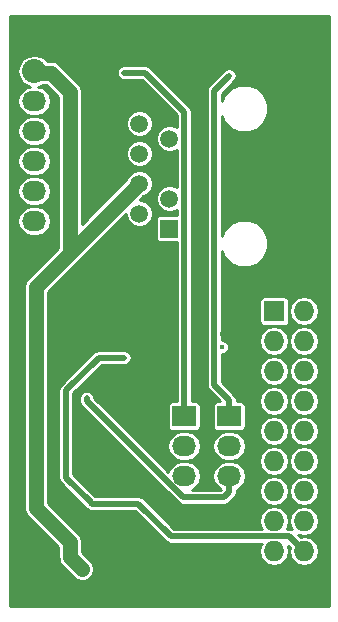
<source format=gbr>
G04 #@! TF.FileFunction,Copper,L2,Bot,Signal*
%FSLAX46Y46*%
G04 Gerber Fmt 4.6, Leading zero omitted, Abs format (unit mm)*
G04 Created by KiCad (PCBNEW (2016-02-16 BZR 6568, Git 6c5f954)-product) date Sun 21 Feb 2016 12:13:02 PM EST*
%MOMM*%
G01*
G04 APERTURE LIST*
%ADD10C,0.100000*%
%ADD11R,1.501140X1.501140*%
%ADD12C,1.501140*%
%ADD13C,2.500000*%
%ADD14R,1.520000X4.060000*%
%ADD15R,2.032000X1.727200*%
%ADD16O,2.032000X1.727200*%
%ADD17R,1.727200X1.727200*%
%ADD18O,1.727200X1.727200*%
%ADD19R,2.032000X2.032000*%
%ADD20O,2.032000X2.032000*%
%ADD21C,1.270000*%
%ADD22C,0.406400*%
%ADD23C,1.270000*%
%ADD24C,0.508000*%
%ADD25C,0.254000*%
G04 APERTURE END LIST*
D10*
D11*
X118110000Y-65405000D03*
D12*
X115570000Y-64135000D03*
X118110000Y-62865000D03*
X115570000Y-61595000D03*
X118110000Y-60325000D03*
X115570000Y-59055000D03*
X118110000Y-57785000D03*
X115570000Y-56515000D03*
D13*
X127510000Y-68810000D03*
X127510000Y-53110000D03*
D14*
X111760000Y-49530000D03*
X116840000Y-49530000D03*
D15*
X119380000Y-81280000D03*
D16*
X119380000Y-83820000D03*
X119380000Y-86360000D03*
D14*
X120650000Y-49530000D03*
X125730000Y-49530000D03*
D15*
X106680000Y-67310000D03*
D16*
X106680000Y-64770000D03*
X106680000Y-62230000D03*
X106680000Y-59690000D03*
X106680000Y-57150000D03*
X106680000Y-54610000D03*
D15*
X123190000Y-81280000D03*
D16*
X123190000Y-83820000D03*
X123190000Y-86360000D03*
D17*
X127000000Y-72390000D03*
D18*
X129540000Y-72390000D03*
X127000000Y-74930000D03*
X129540000Y-74930000D03*
X127000000Y-77470000D03*
X129540000Y-77470000D03*
X127000000Y-80010000D03*
X129540000Y-80010000D03*
X127000000Y-82550000D03*
X129540000Y-82550000D03*
X127000000Y-85090000D03*
X129540000Y-85090000D03*
X127000000Y-87630000D03*
X129540000Y-87630000D03*
X127000000Y-90170000D03*
X129540000Y-90170000D03*
X127000000Y-92710000D03*
X129540000Y-92710000D03*
X127000000Y-95250000D03*
X129540000Y-95250000D03*
D19*
X106680000Y-49530000D03*
D20*
X106680000Y-52070000D03*
D21*
X110744000Y-94234000D03*
D22*
X115570000Y-87503000D03*
X120777000Y-89408000D03*
X110871000Y-86487000D03*
X112522000Y-83185000D03*
X108585000Y-78740000D03*
X116205000Y-78740000D03*
X122555000Y-74295000D03*
X114300000Y-73660000D03*
X125730000Y-49530000D03*
X120650000Y-49530000D03*
X116840000Y-49530000D03*
X111760000Y-49530000D03*
X111760000Y-96901000D03*
X106299000Y-94615000D03*
X106553000Y-90932000D03*
X122555000Y-75438000D03*
X114300000Y-76327000D03*
X111379000Y-88503000D03*
X114300000Y-52197000D03*
X123190000Y-52451000D03*
X111125000Y-79756000D03*
D23*
X106807000Y-89027000D02*
X106807000Y-70358000D01*
X106807000Y-70358000D02*
X109728000Y-67437000D01*
X109728000Y-91948000D02*
X106807000Y-89027000D01*
X109728000Y-93218000D02*
X109728000Y-91948000D01*
X108077000Y-52197000D02*
X106807000Y-52197000D01*
X106807000Y-52197000D02*
X106680000Y-52070000D01*
X109728000Y-53848000D02*
X108077000Y-52197000D01*
X109728000Y-67437000D02*
X109728000Y-53848000D01*
X109728000Y-93218000D02*
X110744000Y-94234000D01*
X115570000Y-61595000D02*
X109728000Y-67437000D01*
D24*
X112141000Y-76327000D02*
X114300000Y-76327000D01*
X109363000Y-79105000D02*
X112141000Y-76327000D01*
X109363000Y-86487000D02*
X109363000Y-79105000D01*
X111379000Y-88503000D02*
X109363000Y-86487000D01*
X118237000Y-91440000D02*
X128270000Y-91440000D01*
X128270000Y-91440000D02*
X129540000Y-92710000D01*
X115503199Y-88706199D02*
X118237000Y-91440000D01*
X111379000Y-88503000D02*
X111582199Y-88706199D01*
X111582199Y-88706199D02*
X115503199Y-88706199D01*
X119380000Y-81280000D02*
X119380000Y-55499000D01*
X119380000Y-55499000D02*
X116078000Y-52197000D01*
X116078000Y-52197000D02*
X114300000Y-52197000D01*
X121920000Y-78638400D02*
X121920000Y-53721000D01*
X121920000Y-53721000D02*
X123190000Y-52451000D01*
X123190000Y-81280000D02*
X123190000Y-79908400D01*
X123190000Y-79908400D02*
X121920000Y-78638400D01*
X122783600Y-88138000D02*
X119281377Y-88138000D01*
X119281377Y-88138000D02*
X111125000Y-79981623D01*
X111125000Y-79981623D02*
X111125000Y-79756000D01*
X123190000Y-86360000D02*
X123190000Y-87731600D01*
X123190000Y-87731600D02*
X122783600Y-88138000D01*
D25*
G36*
X131624000Y-97334000D02*
X104596000Y-97334000D01*
X104596000Y-64770000D01*
X105255631Y-64770000D01*
X105350371Y-65246288D01*
X105620166Y-65650065D01*
X106023943Y-65919860D01*
X106500231Y-66014600D01*
X106859769Y-66014600D01*
X107336057Y-65919860D01*
X107739834Y-65650065D01*
X108009629Y-65246288D01*
X108104369Y-64770000D01*
X108009629Y-64293712D01*
X107739834Y-63889935D01*
X107336057Y-63620140D01*
X106859769Y-63525400D01*
X106500231Y-63525400D01*
X106023943Y-63620140D01*
X105620166Y-63889935D01*
X105350371Y-64293712D01*
X105255631Y-64770000D01*
X104596000Y-64770000D01*
X104596000Y-62230000D01*
X105255631Y-62230000D01*
X105350371Y-62706288D01*
X105620166Y-63110065D01*
X106023943Y-63379860D01*
X106500231Y-63474600D01*
X106859769Y-63474600D01*
X107336057Y-63379860D01*
X107739834Y-63110065D01*
X108009629Y-62706288D01*
X108104369Y-62230000D01*
X108009629Y-61753712D01*
X107739834Y-61349935D01*
X107336057Y-61080140D01*
X106859769Y-60985400D01*
X106500231Y-60985400D01*
X106023943Y-61080140D01*
X105620166Y-61349935D01*
X105350371Y-61753712D01*
X105255631Y-62230000D01*
X104596000Y-62230000D01*
X104596000Y-59690000D01*
X105255631Y-59690000D01*
X105350371Y-60166288D01*
X105620166Y-60570065D01*
X106023943Y-60839860D01*
X106500231Y-60934600D01*
X106859769Y-60934600D01*
X107336057Y-60839860D01*
X107739834Y-60570065D01*
X108009629Y-60166288D01*
X108104369Y-59690000D01*
X108009629Y-59213712D01*
X107739834Y-58809935D01*
X107336057Y-58540140D01*
X106859769Y-58445400D01*
X106500231Y-58445400D01*
X106023943Y-58540140D01*
X105620166Y-58809935D01*
X105350371Y-59213712D01*
X105255631Y-59690000D01*
X104596000Y-59690000D01*
X104596000Y-57150000D01*
X105255631Y-57150000D01*
X105350371Y-57626288D01*
X105620166Y-58030065D01*
X106023943Y-58299860D01*
X106500231Y-58394600D01*
X106859769Y-58394600D01*
X107336057Y-58299860D01*
X107739834Y-58030065D01*
X108009629Y-57626288D01*
X108104369Y-57150000D01*
X108009629Y-56673712D01*
X107739834Y-56269935D01*
X107336057Y-56000140D01*
X106859769Y-55905400D01*
X106500231Y-55905400D01*
X106023943Y-56000140D01*
X105620166Y-56269935D01*
X105350371Y-56673712D01*
X105255631Y-57150000D01*
X104596000Y-57150000D01*
X104596000Y-52070000D01*
X105255631Y-52070000D01*
X105361971Y-52604609D01*
X105664803Y-53057828D01*
X106118022Y-53360660D01*
X106321042Y-53401043D01*
X106023943Y-53460140D01*
X105620166Y-53729935D01*
X105350371Y-54133712D01*
X105255631Y-54610000D01*
X105350371Y-55086288D01*
X105620166Y-55490065D01*
X106023943Y-55759860D01*
X106500231Y-55854600D01*
X106859769Y-55854600D01*
X107336057Y-55759860D01*
X107739834Y-55490065D01*
X108009629Y-55086288D01*
X108104369Y-54610000D01*
X108009629Y-54133712D01*
X107739834Y-53729935D01*
X107336057Y-53460140D01*
X107038958Y-53401043D01*
X107241978Y-53360660D01*
X107462966Y-53213000D01*
X107656160Y-53213000D01*
X108712000Y-54268841D01*
X108712000Y-67016159D01*
X106088580Y-69639580D01*
X105868338Y-69969193D01*
X105868338Y-69969194D01*
X105791000Y-70358000D01*
X105791000Y-89027000D01*
X105816503Y-89155212D01*
X105868338Y-89415807D01*
X106088580Y-89745420D01*
X108712000Y-92368841D01*
X108712000Y-93218000D01*
X108742867Y-93373179D01*
X108789338Y-93606807D01*
X109009580Y-93936420D01*
X110025239Y-94952080D01*
X110167731Y-95094821D01*
X110541018Y-95249824D01*
X110945208Y-95250176D01*
X111132806Y-95172662D01*
X111132807Y-95172662D01*
X111132808Y-95172661D01*
X111318766Y-95095825D01*
X111604821Y-94810269D01*
X111759824Y-94436982D01*
X111760176Y-94032792D01*
X111605825Y-93659234D01*
X111320269Y-93373179D01*
X111319843Y-93373002D01*
X110744000Y-92797160D01*
X110744000Y-91948000D01*
X110666662Y-91559194D01*
X110666662Y-91559193D01*
X110446421Y-91229580D01*
X107823000Y-88606160D01*
X107823000Y-79105000D01*
X108728000Y-79105000D01*
X108728000Y-86487000D01*
X108776336Y-86730004D01*
X108913987Y-86936013D01*
X110929985Y-88952010D01*
X110929987Y-88952013D01*
X111133186Y-89155212D01*
X111339195Y-89292863D01*
X111582199Y-89341199D01*
X115240173Y-89341199D01*
X117787985Y-91889010D01*
X117787987Y-91889013D01*
X117911480Y-91971528D01*
X117993995Y-92026664D01*
X118237000Y-92075000D01*
X125931805Y-92075000D01*
X125825757Y-92233712D01*
X125731017Y-92710000D01*
X125825757Y-93186288D01*
X126095552Y-93590065D01*
X126499329Y-93859860D01*
X126975617Y-93954600D01*
X127024383Y-93954600D01*
X127500671Y-93859860D01*
X127904448Y-93590065D01*
X128174243Y-93186288D01*
X128268983Y-92710000D01*
X128176368Y-92244394D01*
X128332563Y-92400589D01*
X128271017Y-92710000D01*
X128365757Y-93186288D01*
X128635552Y-93590065D01*
X129039329Y-93859860D01*
X129515617Y-93954600D01*
X129564383Y-93954600D01*
X130040671Y-93859860D01*
X130444448Y-93590065D01*
X130714243Y-93186288D01*
X130808983Y-92710000D01*
X130714243Y-92233712D01*
X130444448Y-91829935D01*
X130040671Y-91560140D01*
X129564383Y-91465400D01*
X129515617Y-91465400D01*
X129246881Y-91518855D01*
X129050011Y-91321985D01*
X129515617Y-91414600D01*
X129564383Y-91414600D01*
X130040671Y-91319860D01*
X130444448Y-91050065D01*
X130714243Y-90646288D01*
X130808983Y-90170000D01*
X130714243Y-89693712D01*
X130444448Y-89289935D01*
X130040671Y-89020140D01*
X129564383Y-88925400D01*
X129515617Y-88925400D01*
X129039329Y-89020140D01*
X128635552Y-89289935D01*
X128365757Y-89693712D01*
X128271017Y-90170000D01*
X128365757Y-90646288D01*
X128502737Y-90851294D01*
X128270000Y-90805000D01*
X128068195Y-90805000D01*
X128174243Y-90646288D01*
X128268983Y-90170000D01*
X128174243Y-89693712D01*
X127904448Y-89289935D01*
X127500671Y-89020140D01*
X127024383Y-88925400D01*
X126975617Y-88925400D01*
X126499329Y-89020140D01*
X126095552Y-89289935D01*
X125825757Y-89693712D01*
X125731017Y-90170000D01*
X125825757Y-90646288D01*
X125931805Y-90805000D01*
X118500025Y-90805000D01*
X115952212Y-88257186D01*
X115746203Y-88119535D01*
X115503199Y-88071199D01*
X111845225Y-88071199D01*
X111828013Y-88053987D01*
X111828010Y-88053985D01*
X109998000Y-86223974D01*
X109998000Y-79756000D01*
X110490000Y-79756000D01*
X110490000Y-79981623D01*
X110538336Y-80224627D01*
X110675987Y-80430636D01*
X118832364Y-88587013D01*
X119038373Y-88724664D01*
X119281377Y-88773000D01*
X122783600Y-88773000D01*
X123026604Y-88724664D01*
X123232613Y-88587013D01*
X123639013Y-88180613D01*
X123776664Y-87974605D01*
X123825000Y-87731600D01*
X123825000Y-87630000D01*
X125731017Y-87630000D01*
X125825757Y-88106288D01*
X126095552Y-88510065D01*
X126499329Y-88779860D01*
X126975617Y-88874600D01*
X127024383Y-88874600D01*
X127500671Y-88779860D01*
X127904448Y-88510065D01*
X128174243Y-88106288D01*
X128268983Y-87630000D01*
X128271017Y-87630000D01*
X128365757Y-88106288D01*
X128635552Y-88510065D01*
X129039329Y-88779860D01*
X129515617Y-88874600D01*
X129564383Y-88874600D01*
X130040671Y-88779860D01*
X130444448Y-88510065D01*
X130714243Y-88106288D01*
X130808983Y-87630000D01*
X130714243Y-87153712D01*
X130444448Y-86749935D01*
X130040671Y-86480140D01*
X129564383Y-86385400D01*
X129515617Y-86385400D01*
X129039329Y-86480140D01*
X128635552Y-86749935D01*
X128365757Y-87153712D01*
X128271017Y-87630000D01*
X128268983Y-87630000D01*
X128174243Y-87153712D01*
X127904448Y-86749935D01*
X127500671Y-86480140D01*
X127024383Y-86385400D01*
X126975617Y-86385400D01*
X126499329Y-86480140D01*
X126095552Y-86749935D01*
X125825757Y-87153712D01*
X125731017Y-87630000D01*
X123825000Y-87630000D01*
X123825000Y-87514049D01*
X123846057Y-87509860D01*
X124249834Y-87240065D01*
X124519629Y-86836288D01*
X124614369Y-86360000D01*
X124519629Y-85883712D01*
X124249834Y-85479935D01*
X123846057Y-85210140D01*
X123369769Y-85115400D01*
X123010231Y-85115400D01*
X122533943Y-85210140D01*
X122130166Y-85479935D01*
X121860371Y-85883712D01*
X121765631Y-86360000D01*
X121860371Y-86836288D01*
X122130166Y-87240065D01*
X122521817Y-87501757D01*
X122520574Y-87503000D01*
X120046324Y-87503000D01*
X120439834Y-87240065D01*
X120709629Y-86836288D01*
X120804369Y-86360000D01*
X120709629Y-85883712D01*
X120439834Y-85479935D01*
X120036057Y-85210140D01*
X119559769Y-85115400D01*
X119200231Y-85115400D01*
X118723943Y-85210140D01*
X118320166Y-85479935D01*
X118050371Y-85883712D01*
X118029590Y-85988187D01*
X117131403Y-85090000D01*
X125731017Y-85090000D01*
X125825757Y-85566288D01*
X126095552Y-85970065D01*
X126499329Y-86239860D01*
X126975617Y-86334600D01*
X127024383Y-86334600D01*
X127500671Y-86239860D01*
X127904448Y-85970065D01*
X128174243Y-85566288D01*
X128268983Y-85090000D01*
X128271017Y-85090000D01*
X128365757Y-85566288D01*
X128635552Y-85970065D01*
X129039329Y-86239860D01*
X129515617Y-86334600D01*
X129564383Y-86334600D01*
X130040671Y-86239860D01*
X130444448Y-85970065D01*
X130714243Y-85566288D01*
X130808983Y-85090000D01*
X130714243Y-84613712D01*
X130444448Y-84209935D01*
X130040671Y-83940140D01*
X129564383Y-83845400D01*
X129515617Y-83845400D01*
X129039329Y-83940140D01*
X128635552Y-84209935D01*
X128365757Y-84613712D01*
X128271017Y-85090000D01*
X128268983Y-85090000D01*
X128174243Y-84613712D01*
X127904448Y-84209935D01*
X127500671Y-83940140D01*
X127024383Y-83845400D01*
X126975617Y-83845400D01*
X126499329Y-83940140D01*
X126095552Y-84209935D01*
X125825757Y-84613712D01*
X125731017Y-85090000D01*
X117131403Y-85090000D01*
X115861403Y-83820000D01*
X117955631Y-83820000D01*
X118050371Y-84296288D01*
X118320166Y-84700065D01*
X118723943Y-84969860D01*
X119200231Y-85064600D01*
X119559769Y-85064600D01*
X120036057Y-84969860D01*
X120439834Y-84700065D01*
X120709629Y-84296288D01*
X120804369Y-83820000D01*
X121765631Y-83820000D01*
X121860371Y-84296288D01*
X122130166Y-84700065D01*
X122533943Y-84969860D01*
X123010231Y-85064600D01*
X123369769Y-85064600D01*
X123846057Y-84969860D01*
X124249834Y-84700065D01*
X124519629Y-84296288D01*
X124614369Y-83820000D01*
X124519629Y-83343712D01*
X124249834Y-82939935D01*
X123846057Y-82670140D01*
X123369769Y-82575400D01*
X123010231Y-82575400D01*
X122533943Y-82670140D01*
X122130166Y-82939935D01*
X121860371Y-83343712D01*
X121765631Y-83820000D01*
X120804369Y-83820000D01*
X120709629Y-83343712D01*
X120439834Y-82939935D01*
X120036057Y-82670140D01*
X119559769Y-82575400D01*
X119200231Y-82575400D01*
X118723943Y-82670140D01*
X118320166Y-82939935D01*
X118050371Y-83343712D01*
X117955631Y-83820000D01*
X115861403Y-83820000D01*
X114591403Y-82550000D01*
X125731017Y-82550000D01*
X125825757Y-83026288D01*
X126095552Y-83430065D01*
X126499329Y-83699860D01*
X126975617Y-83794600D01*
X127024383Y-83794600D01*
X127500671Y-83699860D01*
X127904448Y-83430065D01*
X128174243Y-83026288D01*
X128268983Y-82550000D01*
X128271017Y-82550000D01*
X128365757Y-83026288D01*
X128635552Y-83430065D01*
X129039329Y-83699860D01*
X129515617Y-83794600D01*
X129564383Y-83794600D01*
X130040671Y-83699860D01*
X130444448Y-83430065D01*
X130714243Y-83026288D01*
X130808983Y-82550000D01*
X130714243Y-82073712D01*
X130444448Y-81669935D01*
X130040671Y-81400140D01*
X129564383Y-81305400D01*
X129515617Y-81305400D01*
X129039329Y-81400140D01*
X128635552Y-81669935D01*
X128365757Y-82073712D01*
X128271017Y-82550000D01*
X128268983Y-82550000D01*
X128174243Y-82073712D01*
X127904448Y-81669935D01*
X127500671Y-81400140D01*
X127024383Y-81305400D01*
X126975617Y-81305400D01*
X126499329Y-81400140D01*
X126095552Y-81669935D01*
X125825757Y-82073712D01*
X125731017Y-82550000D01*
X114591403Y-82550000D01*
X111750713Y-79709310D01*
X111711664Y-79512996D01*
X111574013Y-79306987D01*
X111368004Y-79169336D01*
X111125000Y-79121000D01*
X110881996Y-79169336D01*
X110675987Y-79306987D01*
X110538336Y-79512996D01*
X110490000Y-79756000D01*
X109998000Y-79756000D01*
X109998000Y-79368026D01*
X112404026Y-76962000D01*
X114300000Y-76962000D01*
X114543004Y-76913664D01*
X114749013Y-76776013D01*
X114886664Y-76570004D01*
X114935000Y-76327000D01*
X114886664Y-76083996D01*
X114749013Y-75877987D01*
X114543004Y-75740336D01*
X114300000Y-75692000D01*
X112141000Y-75692000D01*
X111897995Y-75740336D01*
X111691987Y-75877987D01*
X108913987Y-78655987D01*
X108776336Y-78861996D01*
X108728000Y-79105000D01*
X107823000Y-79105000D01*
X107823000Y-70778840D01*
X110446421Y-68155420D01*
X110446423Y-68155417D01*
X114438405Y-64163436D01*
X114438234Y-64359096D01*
X114610142Y-64775146D01*
X114928180Y-65093739D01*
X115343929Y-65266373D01*
X115794096Y-65266766D01*
X116210146Y-65094858D01*
X116528739Y-64776820D01*
X116701373Y-64361071D01*
X116701766Y-63910904D01*
X116529858Y-63494854D01*
X116211820Y-63176261D01*
X115796071Y-63003627D01*
X115598386Y-63003454D01*
X115932095Y-62669746D01*
X116210146Y-62554858D01*
X116528739Y-62236820D01*
X116701373Y-61821071D01*
X116701766Y-61370904D01*
X116529858Y-60954854D01*
X116211820Y-60636261D01*
X115796071Y-60463627D01*
X115345904Y-60463234D01*
X114929854Y-60635142D01*
X114611261Y-60953180D01*
X114495006Y-61233153D01*
X110744000Y-64984160D01*
X110744000Y-59279096D01*
X114438234Y-59279096D01*
X114610142Y-59695146D01*
X114928180Y-60013739D01*
X115343929Y-60186373D01*
X115794096Y-60186766D01*
X116210146Y-60014858D01*
X116528739Y-59696820D01*
X116701373Y-59281071D01*
X116701766Y-58830904D01*
X116529858Y-58414854D01*
X116211820Y-58096261D01*
X115796071Y-57923627D01*
X115345904Y-57923234D01*
X114929854Y-58095142D01*
X114611261Y-58413180D01*
X114438627Y-58828929D01*
X114438234Y-59279096D01*
X110744000Y-59279096D01*
X110744000Y-56739096D01*
X114438234Y-56739096D01*
X114610142Y-57155146D01*
X114928180Y-57473739D01*
X115343929Y-57646373D01*
X115794096Y-57646766D01*
X116210146Y-57474858D01*
X116528739Y-57156820D01*
X116701373Y-56741071D01*
X116701766Y-56290904D01*
X116529858Y-55874854D01*
X116211820Y-55556261D01*
X115796071Y-55383627D01*
X115345904Y-55383234D01*
X114929854Y-55555142D01*
X114611261Y-55873180D01*
X114438627Y-56288929D01*
X114438234Y-56739096D01*
X110744000Y-56739096D01*
X110744000Y-53848000D01*
X110666662Y-53459194D01*
X110666662Y-53459193D01*
X110446421Y-53129580D01*
X109513841Y-52197000D01*
X113665000Y-52197000D01*
X113713336Y-52440004D01*
X113850987Y-52646013D01*
X114056996Y-52783664D01*
X114300000Y-52832000D01*
X115814974Y-52832000D01*
X118745000Y-55762026D01*
X118745000Y-56823429D01*
X118336071Y-56653627D01*
X117885904Y-56653234D01*
X117469854Y-56825142D01*
X117151261Y-57143180D01*
X116978627Y-57558929D01*
X116978234Y-58009096D01*
X117150142Y-58425146D01*
X117468180Y-58743739D01*
X117883929Y-58916373D01*
X118334096Y-58916766D01*
X118745000Y-58746984D01*
X118745000Y-61903429D01*
X118336071Y-61733627D01*
X117885904Y-61733234D01*
X117469854Y-61905142D01*
X117151261Y-62223180D01*
X116978627Y-62638929D01*
X116978234Y-63089096D01*
X117150142Y-63505146D01*
X117468180Y-63823739D01*
X117883929Y-63996373D01*
X118334096Y-63996766D01*
X118745000Y-63826984D01*
X118745000Y-64265966D01*
X117359430Y-64265966D01*
X117210771Y-64295536D01*
X117084744Y-64379744D01*
X117000536Y-64505771D01*
X116970966Y-64654430D01*
X116970966Y-66155570D01*
X117000536Y-66304229D01*
X117084744Y-66430256D01*
X117210771Y-66514464D01*
X117359430Y-66544034D01*
X118745000Y-66544034D01*
X118745000Y-80027936D01*
X118364000Y-80027936D01*
X118215341Y-80057506D01*
X118089314Y-80141714D01*
X118005106Y-80267741D01*
X117975536Y-80416400D01*
X117975536Y-82143600D01*
X118005106Y-82292259D01*
X118089314Y-82418286D01*
X118215341Y-82502494D01*
X118364000Y-82532064D01*
X120396000Y-82532064D01*
X120544659Y-82502494D01*
X120670686Y-82418286D01*
X120754894Y-82292259D01*
X120784464Y-82143600D01*
X120784464Y-80416400D01*
X120754894Y-80267741D01*
X120670686Y-80141714D01*
X120544659Y-80057506D01*
X120396000Y-80027936D01*
X120015000Y-80027936D01*
X120015000Y-55499000D01*
X119966664Y-55255996D01*
X119829013Y-55049987D01*
X118500026Y-53721000D01*
X121285000Y-53721000D01*
X121285000Y-78638400D01*
X121333336Y-78881404D01*
X121470987Y-79087413D01*
X122411510Y-80027936D01*
X122174000Y-80027936D01*
X122025341Y-80057506D01*
X121899314Y-80141714D01*
X121815106Y-80267741D01*
X121785536Y-80416400D01*
X121785536Y-82143600D01*
X121815106Y-82292259D01*
X121899314Y-82418286D01*
X122025341Y-82502494D01*
X122174000Y-82532064D01*
X124206000Y-82532064D01*
X124354659Y-82502494D01*
X124480686Y-82418286D01*
X124564894Y-82292259D01*
X124594464Y-82143600D01*
X124594464Y-80416400D01*
X124564894Y-80267741D01*
X124480686Y-80141714D01*
X124354659Y-80057506D01*
X124206000Y-80027936D01*
X123825000Y-80027936D01*
X123825000Y-80010000D01*
X125731017Y-80010000D01*
X125825757Y-80486288D01*
X126095552Y-80890065D01*
X126499329Y-81159860D01*
X126975617Y-81254600D01*
X127024383Y-81254600D01*
X127500671Y-81159860D01*
X127904448Y-80890065D01*
X128174243Y-80486288D01*
X128268983Y-80010000D01*
X128271017Y-80010000D01*
X128365757Y-80486288D01*
X128635552Y-80890065D01*
X129039329Y-81159860D01*
X129515617Y-81254600D01*
X129564383Y-81254600D01*
X130040671Y-81159860D01*
X130444448Y-80890065D01*
X130714243Y-80486288D01*
X130808983Y-80010000D01*
X130714243Y-79533712D01*
X130444448Y-79129935D01*
X130040671Y-78860140D01*
X129564383Y-78765400D01*
X129515617Y-78765400D01*
X129039329Y-78860140D01*
X128635552Y-79129935D01*
X128365757Y-79533712D01*
X128271017Y-80010000D01*
X128268983Y-80010000D01*
X128174243Y-79533712D01*
X127904448Y-79129935D01*
X127500671Y-78860140D01*
X127024383Y-78765400D01*
X126975617Y-78765400D01*
X126499329Y-78860140D01*
X126095552Y-79129935D01*
X125825757Y-79533712D01*
X125731017Y-80010000D01*
X123825000Y-80010000D01*
X123825000Y-79908400D01*
X123776664Y-79665396D01*
X123639013Y-79459387D01*
X122555000Y-78375374D01*
X122555000Y-77470000D01*
X125731017Y-77470000D01*
X125825757Y-77946288D01*
X126095552Y-78350065D01*
X126499329Y-78619860D01*
X126975617Y-78714600D01*
X127024383Y-78714600D01*
X127500671Y-78619860D01*
X127904448Y-78350065D01*
X128174243Y-77946288D01*
X128268983Y-77470000D01*
X128271017Y-77470000D01*
X128365757Y-77946288D01*
X128635552Y-78350065D01*
X129039329Y-78619860D01*
X129515617Y-78714600D01*
X129564383Y-78714600D01*
X130040671Y-78619860D01*
X130444448Y-78350065D01*
X130714243Y-77946288D01*
X130808983Y-77470000D01*
X130714243Y-76993712D01*
X130444448Y-76589935D01*
X130040671Y-76320140D01*
X129564383Y-76225400D01*
X129515617Y-76225400D01*
X129039329Y-76320140D01*
X128635552Y-76589935D01*
X128365757Y-76993712D01*
X128271017Y-77470000D01*
X128268983Y-77470000D01*
X128174243Y-76993712D01*
X127904448Y-76589935D01*
X127500671Y-76320140D01*
X127024383Y-76225400D01*
X126975617Y-76225400D01*
X126499329Y-76320140D01*
X126095552Y-76589935D01*
X125825757Y-76993712D01*
X125731017Y-77470000D01*
X122555000Y-77470000D01*
X122555000Y-76022200D01*
X122670695Y-76022301D01*
X122885490Y-75933549D01*
X123049972Y-75769355D01*
X123139098Y-75554714D01*
X123139301Y-75322305D01*
X123050549Y-75107510D01*
X122886355Y-74943028D01*
X122854980Y-74930000D01*
X125731017Y-74930000D01*
X125825757Y-75406288D01*
X126095552Y-75810065D01*
X126499329Y-76079860D01*
X126975617Y-76174600D01*
X127024383Y-76174600D01*
X127500671Y-76079860D01*
X127904448Y-75810065D01*
X128174243Y-75406288D01*
X128268983Y-74930000D01*
X128271017Y-74930000D01*
X128365757Y-75406288D01*
X128635552Y-75810065D01*
X129039329Y-76079860D01*
X129515617Y-76174600D01*
X129564383Y-76174600D01*
X130040671Y-76079860D01*
X130444448Y-75810065D01*
X130714243Y-75406288D01*
X130808983Y-74930000D01*
X130714243Y-74453712D01*
X130444448Y-74049935D01*
X130040671Y-73780140D01*
X129564383Y-73685400D01*
X129515617Y-73685400D01*
X129039329Y-73780140D01*
X128635552Y-74049935D01*
X128365757Y-74453712D01*
X128271017Y-74930000D01*
X128268983Y-74930000D01*
X128174243Y-74453712D01*
X127904448Y-74049935D01*
X127500671Y-73780140D01*
X127024383Y-73685400D01*
X126975617Y-73685400D01*
X126499329Y-73780140D01*
X126095552Y-74049935D01*
X125825757Y-74453712D01*
X125731017Y-74930000D01*
X122854980Y-74930000D01*
X122671714Y-74853902D01*
X122555000Y-74853800D01*
X122555000Y-71526400D01*
X125747936Y-71526400D01*
X125747936Y-73253600D01*
X125777506Y-73402259D01*
X125861714Y-73528286D01*
X125987741Y-73612494D01*
X126136400Y-73642064D01*
X127863600Y-73642064D01*
X128012259Y-73612494D01*
X128138286Y-73528286D01*
X128222494Y-73402259D01*
X128252064Y-73253600D01*
X128252064Y-72390000D01*
X128271017Y-72390000D01*
X128365757Y-72866288D01*
X128635552Y-73270065D01*
X129039329Y-73539860D01*
X129515617Y-73634600D01*
X129564383Y-73634600D01*
X130040671Y-73539860D01*
X130444448Y-73270065D01*
X130714243Y-72866288D01*
X130808983Y-72390000D01*
X130714243Y-71913712D01*
X130444448Y-71509935D01*
X130040671Y-71240140D01*
X129564383Y-71145400D01*
X129515617Y-71145400D01*
X129039329Y-71240140D01*
X128635552Y-71509935D01*
X128365757Y-71913712D01*
X128271017Y-72390000D01*
X128252064Y-72390000D01*
X128252064Y-71526400D01*
X128222494Y-71377741D01*
X128138286Y-71251714D01*
X128012259Y-71167506D01*
X127863600Y-71137936D01*
X126136400Y-71137936D01*
X125987741Y-71167506D01*
X125861714Y-71251714D01*
X125777506Y-71377741D01*
X125747936Y-71526400D01*
X122555000Y-71526400D01*
X122555000Y-67319119D01*
X122757895Y-67810163D01*
X123321868Y-68375121D01*
X124059111Y-68681251D01*
X124857386Y-68681948D01*
X125595163Y-68377105D01*
X126160121Y-67813132D01*
X126466251Y-67075889D01*
X126466948Y-66277614D01*
X126162105Y-65539837D01*
X125598132Y-64974879D01*
X124860889Y-64668749D01*
X124062614Y-64668052D01*
X123324837Y-64972895D01*
X122759879Y-65536868D01*
X122555000Y-66030271D01*
X122555000Y-55889119D01*
X122757895Y-56380163D01*
X123321868Y-56945121D01*
X124059111Y-57251251D01*
X124857386Y-57251948D01*
X125595163Y-56947105D01*
X126160121Y-56383132D01*
X126466251Y-55645889D01*
X126466948Y-54847614D01*
X126162105Y-54109837D01*
X125598132Y-53544879D01*
X124860889Y-53238749D01*
X124062614Y-53238052D01*
X123324837Y-53542895D01*
X122759879Y-54106868D01*
X122555000Y-54600271D01*
X122555000Y-53984026D01*
X123639013Y-52900013D01*
X123776664Y-52694004D01*
X123825000Y-52451000D01*
X123776664Y-52207996D01*
X123639013Y-52001987D01*
X123433004Y-51864336D01*
X123190000Y-51816000D01*
X122946996Y-51864336D01*
X122740987Y-52001987D01*
X121470987Y-53271987D01*
X121333336Y-53477996D01*
X121285000Y-53721000D01*
X118500026Y-53721000D01*
X116527013Y-51747987D01*
X116321004Y-51610336D01*
X116078000Y-51562000D01*
X114300000Y-51562000D01*
X114056996Y-51610336D01*
X113850987Y-51747987D01*
X113713336Y-51953996D01*
X113665000Y-52197000D01*
X109513841Y-52197000D01*
X108795420Y-51478580D01*
X108465807Y-51258338D01*
X108401300Y-51245507D01*
X108077000Y-51181000D01*
X107761232Y-51181000D01*
X107695197Y-51082172D01*
X107241978Y-50779340D01*
X106707369Y-50673000D01*
X106652631Y-50673000D01*
X106118022Y-50779340D01*
X105664803Y-51082172D01*
X105361971Y-51535391D01*
X105255631Y-52070000D01*
X104596000Y-52070000D01*
X104596000Y-47446000D01*
X131624000Y-47446000D01*
X131624000Y-97334000D01*
X131624000Y-97334000D01*
G37*
X131624000Y-97334000D02*
X104596000Y-97334000D01*
X104596000Y-64770000D01*
X105255631Y-64770000D01*
X105350371Y-65246288D01*
X105620166Y-65650065D01*
X106023943Y-65919860D01*
X106500231Y-66014600D01*
X106859769Y-66014600D01*
X107336057Y-65919860D01*
X107739834Y-65650065D01*
X108009629Y-65246288D01*
X108104369Y-64770000D01*
X108009629Y-64293712D01*
X107739834Y-63889935D01*
X107336057Y-63620140D01*
X106859769Y-63525400D01*
X106500231Y-63525400D01*
X106023943Y-63620140D01*
X105620166Y-63889935D01*
X105350371Y-64293712D01*
X105255631Y-64770000D01*
X104596000Y-64770000D01*
X104596000Y-62230000D01*
X105255631Y-62230000D01*
X105350371Y-62706288D01*
X105620166Y-63110065D01*
X106023943Y-63379860D01*
X106500231Y-63474600D01*
X106859769Y-63474600D01*
X107336057Y-63379860D01*
X107739834Y-63110065D01*
X108009629Y-62706288D01*
X108104369Y-62230000D01*
X108009629Y-61753712D01*
X107739834Y-61349935D01*
X107336057Y-61080140D01*
X106859769Y-60985400D01*
X106500231Y-60985400D01*
X106023943Y-61080140D01*
X105620166Y-61349935D01*
X105350371Y-61753712D01*
X105255631Y-62230000D01*
X104596000Y-62230000D01*
X104596000Y-59690000D01*
X105255631Y-59690000D01*
X105350371Y-60166288D01*
X105620166Y-60570065D01*
X106023943Y-60839860D01*
X106500231Y-60934600D01*
X106859769Y-60934600D01*
X107336057Y-60839860D01*
X107739834Y-60570065D01*
X108009629Y-60166288D01*
X108104369Y-59690000D01*
X108009629Y-59213712D01*
X107739834Y-58809935D01*
X107336057Y-58540140D01*
X106859769Y-58445400D01*
X106500231Y-58445400D01*
X106023943Y-58540140D01*
X105620166Y-58809935D01*
X105350371Y-59213712D01*
X105255631Y-59690000D01*
X104596000Y-59690000D01*
X104596000Y-57150000D01*
X105255631Y-57150000D01*
X105350371Y-57626288D01*
X105620166Y-58030065D01*
X106023943Y-58299860D01*
X106500231Y-58394600D01*
X106859769Y-58394600D01*
X107336057Y-58299860D01*
X107739834Y-58030065D01*
X108009629Y-57626288D01*
X108104369Y-57150000D01*
X108009629Y-56673712D01*
X107739834Y-56269935D01*
X107336057Y-56000140D01*
X106859769Y-55905400D01*
X106500231Y-55905400D01*
X106023943Y-56000140D01*
X105620166Y-56269935D01*
X105350371Y-56673712D01*
X105255631Y-57150000D01*
X104596000Y-57150000D01*
X104596000Y-52070000D01*
X105255631Y-52070000D01*
X105361971Y-52604609D01*
X105664803Y-53057828D01*
X106118022Y-53360660D01*
X106321042Y-53401043D01*
X106023943Y-53460140D01*
X105620166Y-53729935D01*
X105350371Y-54133712D01*
X105255631Y-54610000D01*
X105350371Y-55086288D01*
X105620166Y-55490065D01*
X106023943Y-55759860D01*
X106500231Y-55854600D01*
X106859769Y-55854600D01*
X107336057Y-55759860D01*
X107739834Y-55490065D01*
X108009629Y-55086288D01*
X108104369Y-54610000D01*
X108009629Y-54133712D01*
X107739834Y-53729935D01*
X107336057Y-53460140D01*
X107038958Y-53401043D01*
X107241978Y-53360660D01*
X107462966Y-53213000D01*
X107656160Y-53213000D01*
X108712000Y-54268841D01*
X108712000Y-67016159D01*
X106088580Y-69639580D01*
X105868338Y-69969193D01*
X105868338Y-69969194D01*
X105791000Y-70358000D01*
X105791000Y-89027000D01*
X105816503Y-89155212D01*
X105868338Y-89415807D01*
X106088580Y-89745420D01*
X108712000Y-92368841D01*
X108712000Y-93218000D01*
X108742867Y-93373179D01*
X108789338Y-93606807D01*
X109009580Y-93936420D01*
X110025239Y-94952080D01*
X110167731Y-95094821D01*
X110541018Y-95249824D01*
X110945208Y-95250176D01*
X111132806Y-95172662D01*
X111132807Y-95172662D01*
X111132808Y-95172661D01*
X111318766Y-95095825D01*
X111604821Y-94810269D01*
X111759824Y-94436982D01*
X111760176Y-94032792D01*
X111605825Y-93659234D01*
X111320269Y-93373179D01*
X111319843Y-93373002D01*
X110744000Y-92797160D01*
X110744000Y-91948000D01*
X110666662Y-91559194D01*
X110666662Y-91559193D01*
X110446421Y-91229580D01*
X107823000Y-88606160D01*
X107823000Y-79105000D01*
X108728000Y-79105000D01*
X108728000Y-86487000D01*
X108776336Y-86730004D01*
X108913987Y-86936013D01*
X110929985Y-88952010D01*
X110929987Y-88952013D01*
X111133186Y-89155212D01*
X111339195Y-89292863D01*
X111582199Y-89341199D01*
X115240173Y-89341199D01*
X117787985Y-91889010D01*
X117787987Y-91889013D01*
X117911480Y-91971528D01*
X117993995Y-92026664D01*
X118237000Y-92075000D01*
X125931805Y-92075000D01*
X125825757Y-92233712D01*
X125731017Y-92710000D01*
X125825757Y-93186288D01*
X126095552Y-93590065D01*
X126499329Y-93859860D01*
X126975617Y-93954600D01*
X127024383Y-93954600D01*
X127500671Y-93859860D01*
X127904448Y-93590065D01*
X128174243Y-93186288D01*
X128268983Y-92710000D01*
X128176368Y-92244394D01*
X128332563Y-92400589D01*
X128271017Y-92710000D01*
X128365757Y-93186288D01*
X128635552Y-93590065D01*
X129039329Y-93859860D01*
X129515617Y-93954600D01*
X129564383Y-93954600D01*
X130040671Y-93859860D01*
X130444448Y-93590065D01*
X130714243Y-93186288D01*
X130808983Y-92710000D01*
X130714243Y-92233712D01*
X130444448Y-91829935D01*
X130040671Y-91560140D01*
X129564383Y-91465400D01*
X129515617Y-91465400D01*
X129246881Y-91518855D01*
X129050011Y-91321985D01*
X129515617Y-91414600D01*
X129564383Y-91414600D01*
X130040671Y-91319860D01*
X130444448Y-91050065D01*
X130714243Y-90646288D01*
X130808983Y-90170000D01*
X130714243Y-89693712D01*
X130444448Y-89289935D01*
X130040671Y-89020140D01*
X129564383Y-88925400D01*
X129515617Y-88925400D01*
X129039329Y-89020140D01*
X128635552Y-89289935D01*
X128365757Y-89693712D01*
X128271017Y-90170000D01*
X128365757Y-90646288D01*
X128502737Y-90851294D01*
X128270000Y-90805000D01*
X128068195Y-90805000D01*
X128174243Y-90646288D01*
X128268983Y-90170000D01*
X128174243Y-89693712D01*
X127904448Y-89289935D01*
X127500671Y-89020140D01*
X127024383Y-88925400D01*
X126975617Y-88925400D01*
X126499329Y-89020140D01*
X126095552Y-89289935D01*
X125825757Y-89693712D01*
X125731017Y-90170000D01*
X125825757Y-90646288D01*
X125931805Y-90805000D01*
X118500025Y-90805000D01*
X115952212Y-88257186D01*
X115746203Y-88119535D01*
X115503199Y-88071199D01*
X111845225Y-88071199D01*
X111828013Y-88053987D01*
X111828010Y-88053985D01*
X109998000Y-86223974D01*
X109998000Y-79756000D01*
X110490000Y-79756000D01*
X110490000Y-79981623D01*
X110538336Y-80224627D01*
X110675987Y-80430636D01*
X118832364Y-88587013D01*
X119038373Y-88724664D01*
X119281377Y-88773000D01*
X122783600Y-88773000D01*
X123026604Y-88724664D01*
X123232613Y-88587013D01*
X123639013Y-88180613D01*
X123776664Y-87974605D01*
X123825000Y-87731600D01*
X123825000Y-87630000D01*
X125731017Y-87630000D01*
X125825757Y-88106288D01*
X126095552Y-88510065D01*
X126499329Y-88779860D01*
X126975617Y-88874600D01*
X127024383Y-88874600D01*
X127500671Y-88779860D01*
X127904448Y-88510065D01*
X128174243Y-88106288D01*
X128268983Y-87630000D01*
X128271017Y-87630000D01*
X128365757Y-88106288D01*
X128635552Y-88510065D01*
X129039329Y-88779860D01*
X129515617Y-88874600D01*
X129564383Y-88874600D01*
X130040671Y-88779860D01*
X130444448Y-88510065D01*
X130714243Y-88106288D01*
X130808983Y-87630000D01*
X130714243Y-87153712D01*
X130444448Y-86749935D01*
X130040671Y-86480140D01*
X129564383Y-86385400D01*
X129515617Y-86385400D01*
X129039329Y-86480140D01*
X128635552Y-86749935D01*
X128365757Y-87153712D01*
X128271017Y-87630000D01*
X128268983Y-87630000D01*
X128174243Y-87153712D01*
X127904448Y-86749935D01*
X127500671Y-86480140D01*
X127024383Y-86385400D01*
X126975617Y-86385400D01*
X126499329Y-86480140D01*
X126095552Y-86749935D01*
X125825757Y-87153712D01*
X125731017Y-87630000D01*
X123825000Y-87630000D01*
X123825000Y-87514049D01*
X123846057Y-87509860D01*
X124249834Y-87240065D01*
X124519629Y-86836288D01*
X124614369Y-86360000D01*
X124519629Y-85883712D01*
X124249834Y-85479935D01*
X123846057Y-85210140D01*
X123369769Y-85115400D01*
X123010231Y-85115400D01*
X122533943Y-85210140D01*
X122130166Y-85479935D01*
X121860371Y-85883712D01*
X121765631Y-86360000D01*
X121860371Y-86836288D01*
X122130166Y-87240065D01*
X122521817Y-87501757D01*
X122520574Y-87503000D01*
X120046324Y-87503000D01*
X120439834Y-87240065D01*
X120709629Y-86836288D01*
X120804369Y-86360000D01*
X120709629Y-85883712D01*
X120439834Y-85479935D01*
X120036057Y-85210140D01*
X119559769Y-85115400D01*
X119200231Y-85115400D01*
X118723943Y-85210140D01*
X118320166Y-85479935D01*
X118050371Y-85883712D01*
X118029590Y-85988187D01*
X117131403Y-85090000D01*
X125731017Y-85090000D01*
X125825757Y-85566288D01*
X126095552Y-85970065D01*
X126499329Y-86239860D01*
X126975617Y-86334600D01*
X127024383Y-86334600D01*
X127500671Y-86239860D01*
X127904448Y-85970065D01*
X128174243Y-85566288D01*
X128268983Y-85090000D01*
X128271017Y-85090000D01*
X128365757Y-85566288D01*
X128635552Y-85970065D01*
X129039329Y-86239860D01*
X129515617Y-86334600D01*
X129564383Y-86334600D01*
X130040671Y-86239860D01*
X130444448Y-85970065D01*
X130714243Y-85566288D01*
X130808983Y-85090000D01*
X130714243Y-84613712D01*
X130444448Y-84209935D01*
X130040671Y-83940140D01*
X129564383Y-83845400D01*
X129515617Y-83845400D01*
X129039329Y-83940140D01*
X128635552Y-84209935D01*
X128365757Y-84613712D01*
X128271017Y-85090000D01*
X128268983Y-85090000D01*
X128174243Y-84613712D01*
X127904448Y-84209935D01*
X127500671Y-83940140D01*
X127024383Y-83845400D01*
X126975617Y-83845400D01*
X126499329Y-83940140D01*
X126095552Y-84209935D01*
X125825757Y-84613712D01*
X125731017Y-85090000D01*
X117131403Y-85090000D01*
X115861403Y-83820000D01*
X117955631Y-83820000D01*
X118050371Y-84296288D01*
X118320166Y-84700065D01*
X118723943Y-84969860D01*
X119200231Y-85064600D01*
X119559769Y-85064600D01*
X120036057Y-84969860D01*
X120439834Y-84700065D01*
X120709629Y-84296288D01*
X120804369Y-83820000D01*
X121765631Y-83820000D01*
X121860371Y-84296288D01*
X122130166Y-84700065D01*
X122533943Y-84969860D01*
X123010231Y-85064600D01*
X123369769Y-85064600D01*
X123846057Y-84969860D01*
X124249834Y-84700065D01*
X124519629Y-84296288D01*
X124614369Y-83820000D01*
X124519629Y-83343712D01*
X124249834Y-82939935D01*
X123846057Y-82670140D01*
X123369769Y-82575400D01*
X123010231Y-82575400D01*
X122533943Y-82670140D01*
X122130166Y-82939935D01*
X121860371Y-83343712D01*
X121765631Y-83820000D01*
X120804369Y-83820000D01*
X120709629Y-83343712D01*
X120439834Y-82939935D01*
X120036057Y-82670140D01*
X119559769Y-82575400D01*
X119200231Y-82575400D01*
X118723943Y-82670140D01*
X118320166Y-82939935D01*
X118050371Y-83343712D01*
X117955631Y-83820000D01*
X115861403Y-83820000D01*
X114591403Y-82550000D01*
X125731017Y-82550000D01*
X125825757Y-83026288D01*
X126095552Y-83430065D01*
X126499329Y-83699860D01*
X126975617Y-83794600D01*
X127024383Y-83794600D01*
X127500671Y-83699860D01*
X127904448Y-83430065D01*
X128174243Y-83026288D01*
X128268983Y-82550000D01*
X128271017Y-82550000D01*
X128365757Y-83026288D01*
X128635552Y-83430065D01*
X129039329Y-83699860D01*
X129515617Y-83794600D01*
X129564383Y-83794600D01*
X130040671Y-83699860D01*
X130444448Y-83430065D01*
X130714243Y-83026288D01*
X130808983Y-82550000D01*
X130714243Y-82073712D01*
X130444448Y-81669935D01*
X130040671Y-81400140D01*
X129564383Y-81305400D01*
X129515617Y-81305400D01*
X129039329Y-81400140D01*
X128635552Y-81669935D01*
X128365757Y-82073712D01*
X128271017Y-82550000D01*
X128268983Y-82550000D01*
X128174243Y-82073712D01*
X127904448Y-81669935D01*
X127500671Y-81400140D01*
X127024383Y-81305400D01*
X126975617Y-81305400D01*
X126499329Y-81400140D01*
X126095552Y-81669935D01*
X125825757Y-82073712D01*
X125731017Y-82550000D01*
X114591403Y-82550000D01*
X111750713Y-79709310D01*
X111711664Y-79512996D01*
X111574013Y-79306987D01*
X111368004Y-79169336D01*
X111125000Y-79121000D01*
X110881996Y-79169336D01*
X110675987Y-79306987D01*
X110538336Y-79512996D01*
X110490000Y-79756000D01*
X109998000Y-79756000D01*
X109998000Y-79368026D01*
X112404026Y-76962000D01*
X114300000Y-76962000D01*
X114543004Y-76913664D01*
X114749013Y-76776013D01*
X114886664Y-76570004D01*
X114935000Y-76327000D01*
X114886664Y-76083996D01*
X114749013Y-75877987D01*
X114543004Y-75740336D01*
X114300000Y-75692000D01*
X112141000Y-75692000D01*
X111897995Y-75740336D01*
X111691987Y-75877987D01*
X108913987Y-78655987D01*
X108776336Y-78861996D01*
X108728000Y-79105000D01*
X107823000Y-79105000D01*
X107823000Y-70778840D01*
X110446421Y-68155420D01*
X110446423Y-68155417D01*
X114438405Y-64163436D01*
X114438234Y-64359096D01*
X114610142Y-64775146D01*
X114928180Y-65093739D01*
X115343929Y-65266373D01*
X115794096Y-65266766D01*
X116210146Y-65094858D01*
X116528739Y-64776820D01*
X116701373Y-64361071D01*
X116701766Y-63910904D01*
X116529858Y-63494854D01*
X116211820Y-63176261D01*
X115796071Y-63003627D01*
X115598386Y-63003454D01*
X115932095Y-62669746D01*
X116210146Y-62554858D01*
X116528739Y-62236820D01*
X116701373Y-61821071D01*
X116701766Y-61370904D01*
X116529858Y-60954854D01*
X116211820Y-60636261D01*
X115796071Y-60463627D01*
X115345904Y-60463234D01*
X114929854Y-60635142D01*
X114611261Y-60953180D01*
X114495006Y-61233153D01*
X110744000Y-64984160D01*
X110744000Y-59279096D01*
X114438234Y-59279096D01*
X114610142Y-59695146D01*
X114928180Y-60013739D01*
X115343929Y-60186373D01*
X115794096Y-60186766D01*
X116210146Y-60014858D01*
X116528739Y-59696820D01*
X116701373Y-59281071D01*
X116701766Y-58830904D01*
X116529858Y-58414854D01*
X116211820Y-58096261D01*
X115796071Y-57923627D01*
X115345904Y-57923234D01*
X114929854Y-58095142D01*
X114611261Y-58413180D01*
X114438627Y-58828929D01*
X114438234Y-59279096D01*
X110744000Y-59279096D01*
X110744000Y-56739096D01*
X114438234Y-56739096D01*
X114610142Y-57155146D01*
X114928180Y-57473739D01*
X115343929Y-57646373D01*
X115794096Y-57646766D01*
X116210146Y-57474858D01*
X116528739Y-57156820D01*
X116701373Y-56741071D01*
X116701766Y-56290904D01*
X116529858Y-55874854D01*
X116211820Y-55556261D01*
X115796071Y-55383627D01*
X115345904Y-55383234D01*
X114929854Y-55555142D01*
X114611261Y-55873180D01*
X114438627Y-56288929D01*
X114438234Y-56739096D01*
X110744000Y-56739096D01*
X110744000Y-53848000D01*
X110666662Y-53459194D01*
X110666662Y-53459193D01*
X110446421Y-53129580D01*
X109513841Y-52197000D01*
X113665000Y-52197000D01*
X113713336Y-52440004D01*
X113850987Y-52646013D01*
X114056996Y-52783664D01*
X114300000Y-52832000D01*
X115814974Y-52832000D01*
X118745000Y-55762026D01*
X118745000Y-56823429D01*
X118336071Y-56653627D01*
X117885904Y-56653234D01*
X117469854Y-56825142D01*
X117151261Y-57143180D01*
X116978627Y-57558929D01*
X116978234Y-58009096D01*
X117150142Y-58425146D01*
X117468180Y-58743739D01*
X117883929Y-58916373D01*
X118334096Y-58916766D01*
X118745000Y-58746984D01*
X118745000Y-61903429D01*
X118336071Y-61733627D01*
X117885904Y-61733234D01*
X117469854Y-61905142D01*
X117151261Y-62223180D01*
X116978627Y-62638929D01*
X116978234Y-63089096D01*
X117150142Y-63505146D01*
X117468180Y-63823739D01*
X117883929Y-63996373D01*
X118334096Y-63996766D01*
X118745000Y-63826984D01*
X118745000Y-64265966D01*
X117359430Y-64265966D01*
X117210771Y-64295536D01*
X117084744Y-64379744D01*
X117000536Y-64505771D01*
X116970966Y-64654430D01*
X116970966Y-66155570D01*
X117000536Y-66304229D01*
X117084744Y-66430256D01*
X117210771Y-66514464D01*
X117359430Y-66544034D01*
X118745000Y-66544034D01*
X118745000Y-80027936D01*
X118364000Y-80027936D01*
X118215341Y-80057506D01*
X118089314Y-80141714D01*
X118005106Y-80267741D01*
X117975536Y-80416400D01*
X117975536Y-82143600D01*
X118005106Y-82292259D01*
X118089314Y-82418286D01*
X118215341Y-82502494D01*
X118364000Y-82532064D01*
X120396000Y-82532064D01*
X120544659Y-82502494D01*
X120670686Y-82418286D01*
X120754894Y-82292259D01*
X120784464Y-82143600D01*
X120784464Y-80416400D01*
X120754894Y-80267741D01*
X120670686Y-80141714D01*
X120544659Y-80057506D01*
X120396000Y-80027936D01*
X120015000Y-80027936D01*
X120015000Y-55499000D01*
X119966664Y-55255996D01*
X119829013Y-55049987D01*
X118500026Y-53721000D01*
X121285000Y-53721000D01*
X121285000Y-78638400D01*
X121333336Y-78881404D01*
X121470987Y-79087413D01*
X122411510Y-80027936D01*
X122174000Y-80027936D01*
X122025341Y-80057506D01*
X121899314Y-80141714D01*
X121815106Y-80267741D01*
X121785536Y-80416400D01*
X121785536Y-82143600D01*
X121815106Y-82292259D01*
X121899314Y-82418286D01*
X122025341Y-82502494D01*
X122174000Y-82532064D01*
X124206000Y-82532064D01*
X124354659Y-82502494D01*
X124480686Y-82418286D01*
X124564894Y-82292259D01*
X124594464Y-82143600D01*
X124594464Y-80416400D01*
X124564894Y-80267741D01*
X124480686Y-80141714D01*
X124354659Y-80057506D01*
X124206000Y-80027936D01*
X123825000Y-80027936D01*
X123825000Y-80010000D01*
X125731017Y-80010000D01*
X125825757Y-80486288D01*
X126095552Y-80890065D01*
X126499329Y-81159860D01*
X126975617Y-81254600D01*
X127024383Y-81254600D01*
X127500671Y-81159860D01*
X127904448Y-80890065D01*
X128174243Y-80486288D01*
X128268983Y-80010000D01*
X128271017Y-80010000D01*
X128365757Y-80486288D01*
X128635552Y-80890065D01*
X129039329Y-81159860D01*
X129515617Y-81254600D01*
X129564383Y-81254600D01*
X130040671Y-81159860D01*
X130444448Y-80890065D01*
X130714243Y-80486288D01*
X130808983Y-80010000D01*
X130714243Y-79533712D01*
X130444448Y-79129935D01*
X130040671Y-78860140D01*
X129564383Y-78765400D01*
X129515617Y-78765400D01*
X129039329Y-78860140D01*
X128635552Y-79129935D01*
X128365757Y-79533712D01*
X128271017Y-80010000D01*
X128268983Y-80010000D01*
X128174243Y-79533712D01*
X127904448Y-79129935D01*
X127500671Y-78860140D01*
X127024383Y-78765400D01*
X126975617Y-78765400D01*
X126499329Y-78860140D01*
X126095552Y-79129935D01*
X125825757Y-79533712D01*
X125731017Y-80010000D01*
X123825000Y-80010000D01*
X123825000Y-79908400D01*
X123776664Y-79665396D01*
X123639013Y-79459387D01*
X122555000Y-78375374D01*
X122555000Y-77470000D01*
X125731017Y-77470000D01*
X125825757Y-77946288D01*
X126095552Y-78350065D01*
X126499329Y-78619860D01*
X126975617Y-78714600D01*
X127024383Y-78714600D01*
X127500671Y-78619860D01*
X127904448Y-78350065D01*
X128174243Y-77946288D01*
X128268983Y-77470000D01*
X128271017Y-77470000D01*
X128365757Y-77946288D01*
X128635552Y-78350065D01*
X129039329Y-78619860D01*
X129515617Y-78714600D01*
X129564383Y-78714600D01*
X130040671Y-78619860D01*
X130444448Y-78350065D01*
X130714243Y-77946288D01*
X130808983Y-77470000D01*
X130714243Y-76993712D01*
X130444448Y-76589935D01*
X130040671Y-76320140D01*
X129564383Y-76225400D01*
X129515617Y-76225400D01*
X129039329Y-76320140D01*
X128635552Y-76589935D01*
X128365757Y-76993712D01*
X128271017Y-77470000D01*
X128268983Y-77470000D01*
X128174243Y-76993712D01*
X127904448Y-76589935D01*
X127500671Y-76320140D01*
X127024383Y-76225400D01*
X126975617Y-76225400D01*
X126499329Y-76320140D01*
X126095552Y-76589935D01*
X125825757Y-76993712D01*
X125731017Y-77470000D01*
X122555000Y-77470000D01*
X122555000Y-76022200D01*
X122670695Y-76022301D01*
X122885490Y-75933549D01*
X123049972Y-75769355D01*
X123139098Y-75554714D01*
X123139301Y-75322305D01*
X123050549Y-75107510D01*
X122886355Y-74943028D01*
X122854980Y-74930000D01*
X125731017Y-74930000D01*
X125825757Y-75406288D01*
X126095552Y-75810065D01*
X126499329Y-76079860D01*
X126975617Y-76174600D01*
X127024383Y-76174600D01*
X127500671Y-76079860D01*
X127904448Y-75810065D01*
X128174243Y-75406288D01*
X128268983Y-74930000D01*
X128271017Y-74930000D01*
X128365757Y-75406288D01*
X128635552Y-75810065D01*
X129039329Y-76079860D01*
X129515617Y-76174600D01*
X129564383Y-76174600D01*
X130040671Y-76079860D01*
X130444448Y-75810065D01*
X130714243Y-75406288D01*
X130808983Y-74930000D01*
X130714243Y-74453712D01*
X130444448Y-74049935D01*
X130040671Y-73780140D01*
X129564383Y-73685400D01*
X129515617Y-73685400D01*
X129039329Y-73780140D01*
X128635552Y-74049935D01*
X128365757Y-74453712D01*
X128271017Y-74930000D01*
X128268983Y-74930000D01*
X128174243Y-74453712D01*
X127904448Y-74049935D01*
X127500671Y-73780140D01*
X127024383Y-73685400D01*
X126975617Y-73685400D01*
X126499329Y-73780140D01*
X126095552Y-74049935D01*
X125825757Y-74453712D01*
X125731017Y-74930000D01*
X122854980Y-74930000D01*
X122671714Y-74853902D01*
X122555000Y-74853800D01*
X122555000Y-71526400D01*
X125747936Y-71526400D01*
X125747936Y-73253600D01*
X125777506Y-73402259D01*
X125861714Y-73528286D01*
X125987741Y-73612494D01*
X126136400Y-73642064D01*
X127863600Y-73642064D01*
X128012259Y-73612494D01*
X128138286Y-73528286D01*
X128222494Y-73402259D01*
X128252064Y-73253600D01*
X128252064Y-72390000D01*
X128271017Y-72390000D01*
X128365757Y-72866288D01*
X128635552Y-73270065D01*
X129039329Y-73539860D01*
X129515617Y-73634600D01*
X129564383Y-73634600D01*
X130040671Y-73539860D01*
X130444448Y-73270065D01*
X130714243Y-72866288D01*
X130808983Y-72390000D01*
X130714243Y-71913712D01*
X130444448Y-71509935D01*
X130040671Y-71240140D01*
X129564383Y-71145400D01*
X129515617Y-71145400D01*
X129039329Y-71240140D01*
X128635552Y-71509935D01*
X128365757Y-71913712D01*
X128271017Y-72390000D01*
X128252064Y-72390000D01*
X128252064Y-71526400D01*
X128222494Y-71377741D01*
X128138286Y-71251714D01*
X128012259Y-71167506D01*
X127863600Y-71137936D01*
X126136400Y-71137936D01*
X125987741Y-71167506D01*
X125861714Y-71251714D01*
X125777506Y-71377741D01*
X125747936Y-71526400D01*
X122555000Y-71526400D01*
X122555000Y-67319119D01*
X122757895Y-67810163D01*
X123321868Y-68375121D01*
X124059111Y-68681251D01*
X124857386Y-68681948D01*
X125595163Y-68377105D01*
X126160121Y-67813132D01*
X126466251Y-67075889D01*
X126466948Y-66277614D01*
X126162105Y-65539837D01*
X125598132Y-64974879D01*
X124860889Y-64668749D01*
X124062614Y-64668052D01*
X123324837Y-64972895D01*
X122759879Y-65536868D01*
X122555000Y-66030271D01*
X122555000Y-55889119D01*
X122757895Y-56380163D01*
X123321868Y-56945121D01*
X124059111Y-57251251D01*
X124857386Y-57251948D01*
X125595163Y-56947105D01*
X126160121Y-56383132D01*
X126466251Y-55645889D01*
X126466948Y-54847614D01*
X126162105Y-54109837D01*
X125598132Y-53544879D01*
X124860889Y-53238749D01*
X124062614Y-53238052D01*
X123324837Y-53542895D01*
X122759879Y-54106868D01*
X122555000Y-54600271D01*
X122555000Y-53984026D01*
X123639013Y-52900013D01*
X123776664Y-52694004D01*
X123825000Y-52451000D01*
X123776664Y-52207996D01*
X123639013Y-52001987D01*
X123433004Y-51864336D01*
X123190000Y-51816000D01*
X122946996Y-51864336D01*
X122740987Y-52001987D01*
X121470987Y-53271987D01*
X121333336Y-53477996D01*
X121285000Y-53721000D01*
X118500026Y-53721000D01*
X116527013Y-51747987D01*
X116321004Y-51610336D01*
X116078000Y-51562000D01*
X114300000Y-51562000D01*
X114056996Y-51610336D01*
X113850987Y-51747987D01*
X113713336Y-51953996D01*
X113665000Y-52197000D01*
X109513841Y-52197000D01*
X108795420Y-51478580D01*
X108465807Y-51258338D01*
X108401300Y-51245507D01*
X108077000Y-51181000D01*
X107761232Y-51181000D01*
X107695197Y-51082172D01*
X107241978Y-50779340D01*
X106707369Y-50673000D01*
X106652631Y-50673000D01*
X106118022Y-50779340D01*
X105664803Y-51082172D01*
X105361971Y-51535391D01*
X105255631Y-52070000D01*
X104596000Y-52070000D01*
X104596000Y-47446000D01*
X131624000Y-47446000D01*
X131624000Y-97334000D01*
M02*

</source>
